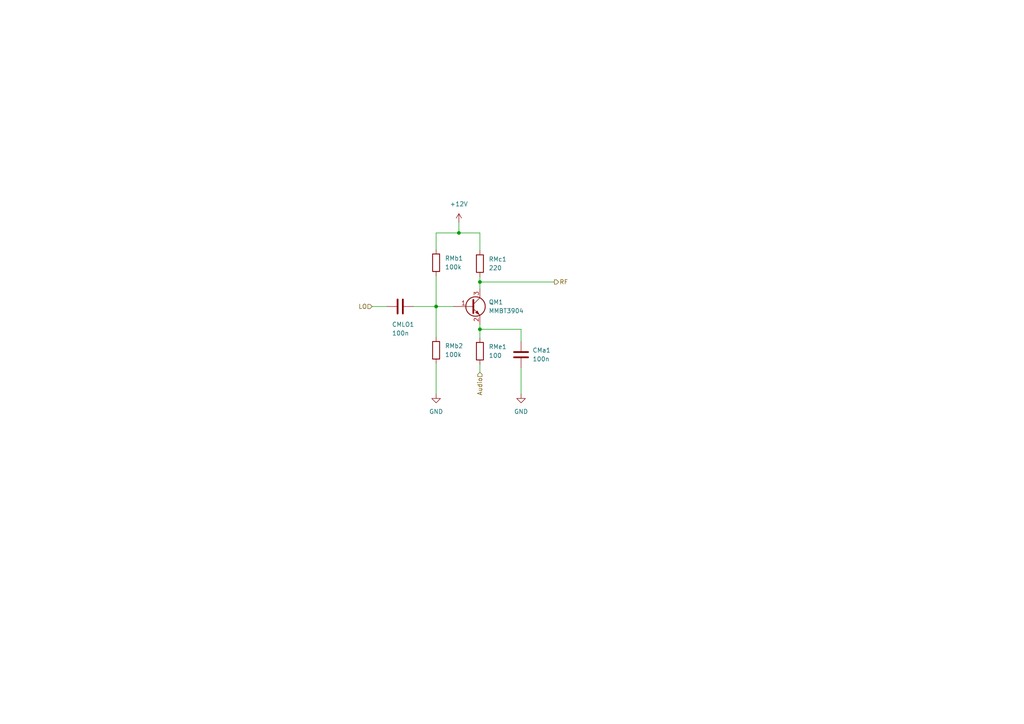
<source format=kicad_sch>
(kicad_sch (version 20211123) (generator eeschema)
  (paper "A4")
  (lib_symbols
    (symbol "Device:C" (pin_numbers hide) (pin_names (offset 0.254))
      (property "Reference" "C" (at 0.635 2.54 0))
      (property "Value" "C" (at 0.635 -2.54 0))
      (symbol "C_0_1"
        (polyline (pts (xy -2.032 -0.762) (xy 2.032 -0.762)) (stroke (width 0.508)))
        (polyline (pts (xy -2.032 0.762) (xy 2.032 0.762)) (stroke (width 0.508)))
      )
      (symbol "C_1_1"
        (pin passive line (at 0 3.81 270) (length 2.794) (name "~") (number "1"))
        (pin passive line (at 0 -3.81 90) (length 2.794) (name "~") (number "2"))
      )
    )
    (symbol "Device:Q_NPN_BEC" (pin_names (offset 0) hide)
      (property "Reference" "Q" (at 5.08 1.27 0))
      (property "Value" "Q_NPN_BEC" (at 5.08 -1.27 0))
      (symbol "Q_NPN_BEC_0_1"
        (polyline (pts (xy 0.635 0.635) (xy 2.54 2.54)))
        (polyline (pts (xy 0.635 -0.635) (xy 2.54 -2.54) (xy 2.54 -2.54)))
        (polyline (pts (xy 0.635 1.905) (xy 0.635 -1.905) (xy 0.635 -1.905)) (stroke (width 0.508)))
        (polyline (pts (xy 1.27 -1.778) (xy 1.778 -1.27) (xy 2.286 -2.286) (xy 1.27 -1.778) (xy 1.27 -1.778)) (fill (type outline)))
        (circle (center 1.27 0) (radius 2.8194) (stroke (width 0.254)))
      )
      (symbol "Q_NPN_BEC_1_1"
        (pin input line (at -5.08 0 0) (length 5.715) (name "B") (number "1"))
        (pin passive line (at 2.54 -5.08 90) (length 2.54) (name "E") (number "2"))
        (pin passive line (at 2.54 5.08 270) (length 2.54) (name "C") (number "3"))
      )
    )
    (symbol "Device:R" (pin_numbers hide) (pin_names (offset 0))
      (property "Reference" "R" (at 2.032 0 90))
      (property "Value" "R" (at 0 0 90))
      (symbol "R_0_1"
        (rectangle (start -1.016 -2.54) (end 1.016 2.54) (stroke (width 0.254)))
      )
      (symbol "R_1_1"
        (pin passive line (at 0 3.81 270) (length 1.27) (name "~") (number "1"))
        (pin passive line (at 0 -3.81 90) (length 1.27) (name "~") (number "2"))
      )
    )
    (symbol "power:+12V" (power) (pin_names (offset 0))
      (property "Value" "+12V" (at 0 3.556 0))
      (symbol "+12V_0_1"
        (polyline (pts (xy -0.762 1.27) (xy 0 2.54)))
        (polyline (pts (xy 0 0) (xy 0 2.54)))
        (polyline (pts (xy 0 2.54) (xy 0.762 1.27)))
      )
      (symbol "+12V_1_1"
        (pin power_in line (at 0 0 90) (length 0) hide (name "+12V") (number "1"))
      )
    )
    (symbol "power:GND" (power) (pin_names (offset 0))
      (property "Value" "GND" (at 0 -3.81 0))
      (symbol "GND_0_1"
        (polyline (pts (xy 0 0) (xy 0 -1.27) (xy 1.27 -1.27) (xy 0 -2.54) (xy -1.27 -1.27) (xy 0 -1.27)))
      )
      (symbol "GND_1_1"
        (pin power_in line (at 0 0 270) (length 0) hide (name "GND") (number "1"))
      )
    )
  )
  (junction (at 139.192 95.504))
  (junction (at 126.492 88.9))
  (junction (at 133.096 67.564))
  (junction (at 139.192 81.788))
  (wire (pts (xy 139.192 105.664) (xy 139.192 107.95)))
  (wire (pts (xy 119.888 88.9) (xy 126.492 88.9)))
  (wire (pts (xy 126.492 67.564) (xy 126.492 72.39)))
  (wire (pts (xy 151.13 106.68) (xy 151.13 114.3)))
  (wire (pts (xy 139.192 80.264) (xy 139.192 81.788)))
  (wire (pts (xy 139.192 67.564) (xy 133.096 67.564)))
  (wire (pts (xy 139.192 93.98) (xy 139.192 95.504)))
  (wire (pts (xy 139.192 67.564) (xy 139.192 72.644)))
  (wire (pts (xy 107.95 88.9) (xy 112.268 88.9)))
  (wire (pts (xy 139.192 81.788) (xy 139.192 83.82)))
  (wire (pts (xy 126.492 88.9) (xy 126.492 97.79)))
  (wire (pts (xy 126.492 80.01) (xy 126.492 88.9)))
  (wire (pts (xy 139.192 95.504) (xy 139.192 98.044)))
  (wire (pts (xy 151.13 95.504) (xy 151.13 99.06)))
  (wire (pts (xy 133.096 67.564) (xy 126.492 67.564)))
  (wire (pts (xy 126.492 88.9) (xy 131.572 88.9)))
  (wire (pts (xy 133.096 64.516) (xy 133.096 67.564)))
  (wire (pts (xy 139.192 81.788) (xy 160.782 81.788)))
  (wire (pts (xy 139.192 95.504) (xy 151.13 95.504)))
  (wire (pts (xy 126.492 105.41) (xy 126.492 114.3)))
  (hierarchical_label "RF" (shape output) (at 160.782 81.788 0))
  (hierarchical_label "Audio" (shape input) (at 139.192 107.95 270))
  (hierarchical_label "LO" (shape input) (at 107.95 88.9 180))
  (symbol (lib_id "Device:C") (at 151.13 102.87 0) (unit 1)
    (property "Reference" "CMa1" (at 154.432 101.5999 0) (effects (justify left)))
    (property "Value" "100n" (at 154.432 104.1399 0) (effects (justify left)))
    (property "Footprint" "Capacitor_SMD:C_0805_2012Metric_Pad1.18x1.45mm_HandSolder" (effects hide))
  )
  (symbol (lib_id "Device:C") (at 116.078 88.9 270) (unit 1)
    (property "Reference" "CMLO1" (at 113.665 94.1069 90) (effects (justify left)))
    (property "Value" "100n" (at 113.665 96.6469 90) (effects (justify left)))
    (property "Footprint" "Capacitor_SMD:C_0805_2012Metric_Pad1.18x1.45mm_HandSolder" (effects hide))
  )
  (symbol (lib_id "Device:Q_NPN_BEC") (at 136.652 88.9 0) (unit 1)
    (property "Reference" "QM1" (at 141.732 87.6299 0) (effects (justify left)))
    (property "Value" "MMBT3904" (at 141.732 90.1699 0) (effects (justify left)))
    (property "Footprint" "Package_TO_SOT_SMD:SOT-23" (effects hide))
    (property "Datasheet" "https://www.sigmaelectronica.net/manuals/MMBT3904.pdf" (effects hide))
  )
  (symbol (lib_id "Device:R") (at 139.192 101.854 0) (unit 1)
    (property "Reference" "RMe1" (at 141.732 100.5839 0) (effects (justify left)))
    (property "Value" "100" (at 141.732 103.1239 0) (effects (justify left)))
    (property "Footprint" "Resistor_SMD:R_1206_3216Metric_Pad1.30x1.75mm_HandSolder" (effects hide))
  )
  (symbol (lib_id "power:+12V") (at 133.096 64.516 0) (unit 1)
    (property "Reference" "#PWR0108" (effects hide))
    (property "Value" "+12V" (at 133.096 59.182 0))
  )
  (symbol (lib_id "power:GND") (at 126.492 114.3 0) (unit 1)
    (property "Reference" "#PWR0109" (effects hide))
    (property "Value" "GND" (at 126.492 119.38 0))
  )
  (symbol (lib_id "power:GND") (at 151.13 114.3 0) (unit 1)
    (property "Reference" "#PWR0110" (effects hide))
    (property "Value" "GND" (at 151.13 119.38 0))
  )
  (symbol (lib_id "Device:R") (at 126.492 76.2 0) (unit 1)
    (property "Reference" "RMb1" (at 129.032 74.9299 0) (effects (justify left)))
    (property "Value" "100k" (at 129.032 77.4699 0) (effects (justify left)))
    (property "Footprint" "Resistor_SMD:R_1206_3216Metric_Pad1.30x1.75mm_HandSolder" (effects hide))
  )
  (symbol (lib_id "Device:R") (at 126.492 101.6 0) (unit 1)
    (property "Reference" "RMb2" (at 129.032 100.3299 0) (effects (justify left)))
    (property "Value" "100k" (at 129.032 102.8699 0) (effects (justify left)))
    (property "Footprint" "Resistor_SMD:R_1206_3216Metric_Pad1.30x1.75mm_HandSolder" (effects hide))
  )
  (symbol (lib_id "Device:R") (at 139.192 76.454 0) (unit 1)
    (property "Reference" "RMc1" (at 141.732 75.1839 0) (effects (justify left)))
    (property "Value" "220" (at 141.732 77.7239 0) (effects (justify left)))
    (property "Footprint" "Resistor_SMD:R_0805_2012Metric_Pad1.20x1.40mm_HandSolder" (effects hide))
  )
)
</source>
